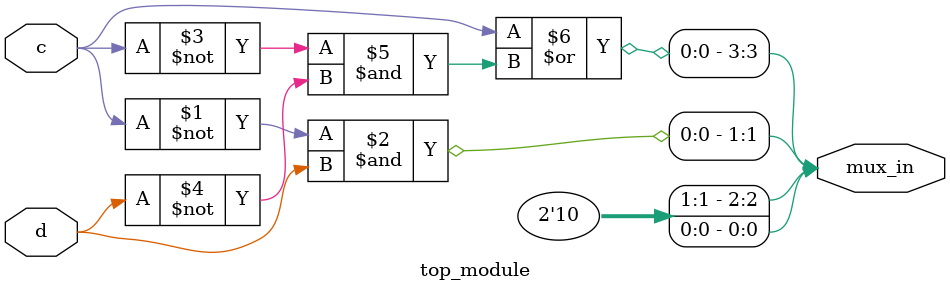
<source format=sv>
module top_module (
    input c,
    input d,
    output [3:0] mux_in
);

    // Assign values based on the provided Karnaugh map

    // ab = 00
    assign mux_in[0] = 0;

    // ab = 01
    assign mux_in[1] = ~c & d;

    // ab = 11
    assign mux_in[3] = c | (~c & ~d);

    // ab = 10
    assign mux_in[2] = 1;

endmodule

</source>
